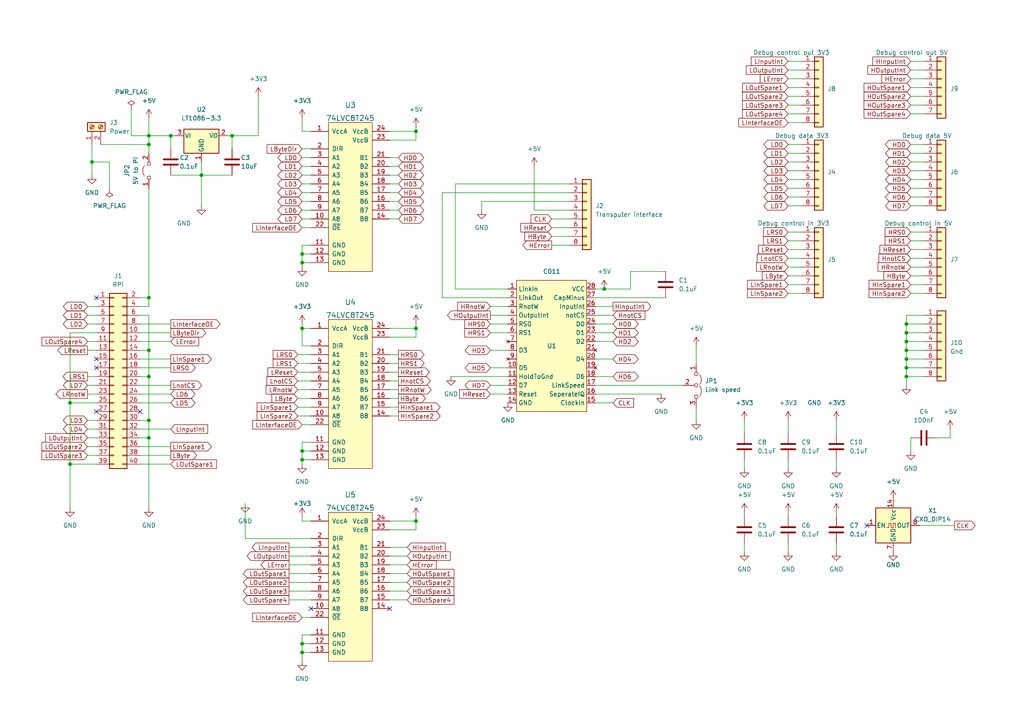
<source format=kicad_sch>
(kicad_sch (version 20211123) (generator eeschema)
  (paper "A4")
  (junction (at 262.89 99.06))
  (junction (at 120.65 95.25))
  (junction (at 20.32 116.84))
  (junction (at 43.18 86.36))
  (junction (at 87.63 186.69))
  (junction (at 49.53 39.37))
  (junction (at 262.89 104.14))
  (junction (at 26.67 46.99))
  (junction (at 175.26 83.82))
  (junction (at 87.63 76.2))
  (junction (at 120.65 38.1))
  (junction (at 87.63 189.23))
  (junction (at 262.89 101.6))
  (junction (at 43.18 121.92))
  (junction (at 120.65 151.13))
  (junction (at 262.89 109.22))
  (junction (at 43.18 39.37))
  (junction (at 43.18 41.91))
  (junction (at 43.18 101.6))
  (junction (at 58.42 50.8))
  (junction (at 20.32 134.62))
  (junction (at 262.89 106.68))
  (junction (at 87.63 133.35))
  (junction (at 43.18 127))
  (junction (at 67.31 39.37))
  (junction (at 262.89 96.52))
  (junction (at 262.89 93.98))
  (junction (at 87.63 130.81))
  (junction (at 43.18 109.22))
  (junction (at 87.63 73.66))
  (junction (at 87.63 95.25))
  (no_connect (at 27.94 86.36))
  (no_connect (at 251.46 152.4))
  (no_connect (at 27.94 104.14))
  (no_connect (at 40.64 119.38))
  (no_connect (at 27.94 119.38))
  (no_connect (at 27.94 106.68))
  (no_connect (at 113.03 176.53))
  (no_connect (at 90.17 176.53))
  (wire (pts (xy 228.6 52.07) (xy 232.41 52.07)))
  (wire (pts (xy 87.63 50.8) (xy 90.17 50.8)))
  (wire (pts (xy 172.72 99.06) (xy 177.8 99.06)))
  (wire (pts (xy 275.59 127) (xy 275.59 124.46)))
  (wire (pts (xy 87.63 95.25) (xy 87.63 93.98)))
  (wire (pts (xy 20.32 134.62) (xy 27.94 134.62)))
  (wire (pts (xy 262.89 109.22) (xy 267.97 109.22)))
  (wire (pts (xy 215.9 148.59) (xy 215.9 149.86)))
  (wire (pts (xy 160.02 68.58) (xy 165.1 68.58)))
  (wire (pts (xy 142.24 101.6) (xy 147.32 101.6)))
  (wire (pts (xy 113.03 105.41) (xy 115.57 105.41)))
  (wire (pts (xy 262.89 91.44) (xy 262.89 93.98)))
  (wire (pts (xy 267.97 57.15) (xy 264.16 57.15)))
  (wire (pts (xy 154.94 60.96) (xy 154.94 48.26)))
  (wire (pts (xy 172.72 88.9) (xy 177.8 88.9)))
  (wire (pts (xy 87.63 179.07) (xy 90.17 179.07)))
  (wire (pts (xy 86.36 113.03) (xy 90.17 113.03)))
  (wire (pts (xy 40.64 99.06) (xy 49.53 99.06)))
  (wire (pts (xy 40.64 101.6) (xy 43.18 101.6)))
  (wire (pts (xy 267.97 54.61) (xy 264.16 54.61)))
  (wire (pts (xy 40.64 114.3) (xy 49.53 114.3)))
  (wire (pts (xy 25.4 93.98) (xy 27.94 93.98)))
  (wire (pts (xy 86.36 115.57) (xy 90.17 115.57)))
  (wire (pts (xy 228.6 33.02) (xy 232.41 33.02)))
  (wire (pts (xy 40.64 106.68) (xy 49.53 106.68)))
  (wire (pts (xy 267.97 49.53) (xy 264.16 49.53)))
  (wire (pts (xy 87.63 45.72) (xy 90.17 45.72)))
  (wire (pts (xy 40.64 86.36) (xy 43.18 86.36)))
  (wire (pts (xy 264.16 85.09) (xy 267.97 85.09)))
  (wire (pts (xy 228.6 82.55) (xy 232.41 82.55)))
  (wire (pts (xy 113.03 50.8) (xy 115.57 50.8)))
  (wire (pts (xy 267.97 96.52) (xy 262.89 96.52)))
  (wire (pts (xy 43.18 39.37) (xy 43.18 41.91)))
  (wire (pts (xy 83.82 166.37) (xy 90.17 166.37)))
  (wire (pts (xy 25.4 132.08) (xy 27.94 132.08)))
  (wire (pts (xy 120.65 151.13) (xy 120.65 149.86)))
  (wire (pts (xy 113.03 171.45) (xy 118.11 171.45)))
  (wire (pts (xy 25.4 127) (xy 27.94 127)))
  (wire (pts (xy 267.97 46.99) (xy 264.16 46.99)))
  (wire (pts (xy 43.18 91.44) (xy 43.18 101.6)))
  (wire (pts (xy 267.97 33.02) (xy 264.16 33.02)))
  (wire (pts (xy 128.27 55.88) (xy 128.27 86.36)))
  (wire (pts (xy 267.97 77.47) (xy 264.16 77.47)))
  (wire (pts (xy 83.82 171.45) (xy 90.17 171.45)))
  (wire (pts (xy 113.03 110.49) (xy 115.57 110.49)))
  (wire (pts (xy 113.03 173.99) (xy 118.11 173.99)))
  (wire (pts (xy 20.32 134.62) (xy 20.32 147.32)))
  (wire (pts (xy 267.97 67.31) (xy 264.16 67.31)))
  (wire (pts (xy 113.03 166.37) (xy 118.11 166.37)))
  (wire (pts (xy 25.4 124.46) (xy 27.94 124.46)))
  (wire (pts (xy 87.63 123.19) (xy 90.17 123.19)))
  (wire (pts (xy 262.89 96.52) (xy 262.89 99.06)))
  (wire (pts (xy 228.6 20.32) (xy 232.41 20.32)))
  (wire (pts (xy 25.4 121.92) (xy 27.94 121.92)))
  (wire (pts (xy 267.97 17.78) (xy 264.16 17.78)))
  (wire (pts (xy 87.63 48.26) (xy 90.17 48.26)))
  (wire (pts (xy 43.18 91.44) (xy 40.64 91.44)))
  (wire (pts (xy 147.32 83.82) (xy 132.08 83.82)))
  (wire (pts (xy 43.18 121.92) (xy 43.18 127)))
  (wire (pts (xy 262.89 109.22) (xy 262.89 106.68)))
  (wire (pts (xy 74.93 27.94) (xy 74.93 39.37)))
  (wire (pts (xy 113.03 58.42) (xy 115.57 58.42)))
  (wire (pts (xy 25.4 88.9) (xy 27.94 88.9)))
  (wire (pts (xy 113.03 120.65) (xy 115.57 120.65)))
  (wire (pts (xy 132.08 83.82) (xy 132.08 53.34)))
  (wire (pts (xy 43.18 34.29) (xy 43.18 39.37)))
  (wire (pts (xy 90.17 95.25) (xy 87.63 95.25)))
  (wire (pts (xy 271.78 127) (xy 275.59 127)))
  (wire (pts (xy 242.57 133.35) (xy 242.57 135.89)))
  (wire (pts (xy 113.03 95.25) (xy 120.65 95.25)))
  (wire (pts (xy 71.12 156.21) (xy 71.12 146.05)))
  (wire (pts (xy 20.32 96.52) (xy 20.32 116.84)))
  (wire (pts (xy 242.57 157.48) (xy 242.57 160.02)))
  (wire (pts (xy 26.67 46.99) (xy 26.67 50.8)))
  (wire (pts (xy 172.72 93.98) (xy 177.8 93.98)))
  (wire (pts (xy 228.6 157.48) (xy 228.6 160.02)))
  (wire (pts (xy 142.24 88.9) (xy 147.32 88.9)))
  (wire (pts (xy 142.24 114.3) (xy 147.32 114.3)))
  (wire (pts (xy 67.31 43.18) (xy 67.31 39.37)))
  (wire (pts (xy 90.17 73.66) (xy 87.63 73.66)))
  (wire (pts (xy 43.18 54.61) (xy 43.18 86.36)))
  (wire (pts (xy 172.72 116.84) (xy 177.8 116.84)))
  (wire (pts (xy 113.03 63.5) (xy 115.57 63.5)))
  (wire (pts (xy 113.03 115.57) (xy 115.57 115.57)))
  (wire (pts (xy 228.6 80.01) (xy 232.41 80.01)))
  (wire (pts (xy 267.97 44.45) (xy 264.16 44.45)))
  (wire (pts (xy 160.02 66.04) (xy 165.1 66.04)))
  (wire (pts (xy 86.36 118.11) (xy 90.17 118.11)))
  (wire (pts (xy 87.63 151.13) (xy 87.63 149.86)))
  (wire (pts (xy 113.03 102.87) (xy 115.57 102.87)))
  (wire (pts (xy 83.82 163.83) (xy 90.17 163.83)))
  (wire (pts (xy 228.6 46.99) (xy 232.41 46.99)))
  (wire (pts (xy 267.97 91.44) (xy 262.89 91.44)))
  (wire (pts (xy 130.81 109.22) (xy 147.32 109.22)))
  (wire (pts (xy 25.4 101.6) (xy 27.94 101.6)))
  (wire (pts (xy 87.63 66.04) (xy 90.17 66.04)))
  (wire (pts (xy 90.17 130.81) (xy 87.63 130.81)))
  (wire (pts (xy 262.89 101.6) (xy 267.97 101.6)))
  (wire (pts (xy 120.65 153.67) (xy 120.65 151.13)))
  (wire (pts (xy 29.21 41.91) (xy 43.18 41.91)))
  (wire (pts (xy 49.53 50.8) (xy 58.42 50.8)))
  (wire (pts (xy 142.24 106.68) (xy 147.32 106.68)))
  (wire (pts (xy 172.72 111.76) (xy 198.12 111.76)))
  (wire (pts (xy 38.1 39.37) (xy 43.18 39.37)))
  (wire (pts (xy 40.64 129.54) (xy 49.53 129.54)))
  (wire (pts (xy 120.65 38.1) (xy 120.65 36.83)))
  (wire (pts (xy 40.64 109.22) (xy 43.18 109.22)))
  (wire (pts (xy 228.6 57.15) (xy 232.41 57.15)))
  (wire (pts (xy 49.53 39.37) (xy 50.8 39.37)))
  (wire (pts (xy 172.72 104.14) (xy 177.8 104.14)))
  (wire (pts (xy 87.63 76.2) (xy 87.63 77.47)))
  (wire (pts (xy 43.18 147.32) (xy 43.18 127)))
  (wire (pts (xy 267.97 22.86) (xy 264.16 22.86)))
  (wire (pts (xy 262.89 106.68) (xy 267.97 106.68)))
  (wire (pts (xy 142.24 91.44) (xy 147.32 91.44)))
  (wire (pts (xy 86.36 105.41) (xy 90.17 105.41)))
  (wire (pts (xy 87.63 100.33) (xy 87.63 95.25)))
  (wire (pts (xy 262.89 93.98) (xy 262.89 96.52)))
  (wire (pts (xy 40.64 116.84) (xy 49.53 116.84)))
  (wire (pts (xy 262.89 111.76) (xy 262.89 109.22)))
  (wire (pts (xy 228.6 85.09) (xy 232.41 85.09)))
  (wire (pts (xy 90.17 128.27) (xy 87.63 128.27)))
  (wire (pts (xy 264.16 82.55) (xy 267.97 82.55)))
  (wire (pts (xy 113.03 55.88) (xy 115.57 55.88)))
  (wire (pts (xy 43.18 101.6) (xy 43.18 109.22)))
  (wire (pts (xy 43.18 88.9) (xy 43.18 86.36)))
  (wire (pts (xy 175.26 83.82) (xy 172.72 83.82)))
  (wire (pts (xy 25.4 91.44) (xy 27.94 91.44)))
  (wire (pts (xy 193.04 78.74) (xy 182.88 78.74)))
  (wire (pts (xy 90.17 186.69) (xy 87.63 186.69)))
  (wire (pts (xy 87.63 186.69) (xy 87.63 189.23)))
  (wire (pts (xy 267.97 30.48) (xy 264.16 30.48)))
  (wire (pts (xy 49.53 39.37) (xy 43.18 39.37)))
  (wire (pts (xy 40.64 93.98) (xy 49.53 93.98)))
  (wire (pts (xy 83.82 168.91) (xy 90.17 168.91)))
  (wire (pts (xy 87.63 38.1) (xy 87.63 34.29)))
  (wire (pts (xy 128.27 55.88) (xy 165.1 55.88)))
  (wire (pts (xy 27.94 96.52) (xy 20.32 96.52)))
  (wire (pts (xy 228.6 44.45) (xy 232.41 44.45)))
  (wire (pts (xy 228.6 17.78) (xy 232.41 17.78)))
  (wire (pts (xy 90.17 76.2) (xy 87.63 76.2)))
  (wire (pts (xy 262.89 104.14) (xy 262.89 101.6)))
  (wire (pts (xy 228.6 30.48) (xy 232.41 30.48)))
  (wire (pts (xy 262.89 104.14) (xy 267.97 104.14)))
  (wire (pts (xy 139.7 60.96) (xy 139.7 58.42)))
  (wire (pts (xy 113.03 163.83) (xy 118.11 163.83)))
  (wire (pts (xy 267.97 69.85) (xy 264.16 69.85)))
  (wire (pts (xy 242.57 121.92) (xy 242.57 125.73)))
  (wire (pts (xy 40.64 121.92) (xy 43.18 121.92)))
  (wire (pts (xy 201.93 100.33) (xy 201.93 105.41)))
  (wire (pts (xy 86.36 120.65) (xy 90.17 120.65)))
  (wire (pts (xy 262.89 101.6) (xy 262.89 99.06)))
  (wire (pts (xy 172.72 96.52) (xy 177.8 96.52)))
  (wire (pts (xy 113.03 118.11) (xy 115.57 118.11)))
  (wire (pts (xy 40.64 111.76) (xy 49.53 111.76)))
  (wire (pts (xy 49.53 39.37) (xy 49.53 43.18)))
  (wire (pts (xy 66.04 39.37) (xy 67.31 39.37)))
  (wire (pts (xy 58.42 50.8) (xy 67.31 50.8)))
  (wire (pts (xy 182.88 83.82) (xy 175.26 83.82)))
  (wire (pts (xy 87.63 133.35) (xy 87.63 134.62)))
  (wire (pts (xy 267.97 59.69) (xy 264.16 59.69)))
  (wire (pts (xy 40.64 104.14) (xy 49.53 104.14)))
  (wire (pts (xy 215.9 157.48) (xy 215.9 160.02)))
  (wire (pts (xy 87.63 189.23) (xy 87.63 191.77)))
  (wire (pts (xy 267.97 93.98) (xy 262.89 93.98)))
  (wire (pts (xy 87.63 43.18) (xy 90.17 43.18)))
  (wire (pts (xy 165.1 60.96) (xy 154.94 60.96)))
  (wire (pts (xy 87.63 53.34) (xy 90.17 53.34)))
  (wire (pts (xy 43.18 109.22) (xy 43.18 121.92)))
  (wire (pts (xy 87.63 184.15) (xy 87.63 186.69)))
  (wire (pts (xy 228.6 59.69) (xy 232.41 59.69)))
  (wire (pts (xy 132.08 53.34) (xy 165.1 53.34)))
  (wire (pts (xy 20.32 116.84) (xy 20.32 134.62)))
  (wire (pts (xy 113.03 45.72) (xy 115.57 45.72)))
  (wire (pts (xy 113.03 158.75) (xy 118.11 158.75)))
  (wire (pts (xy 113.03 53.34) (xy 115.57 53.34)))
  (wire (pts (xy 43.18 41.91) (xy 43.18 44.45)))
  (wire (pts (xy 264.16 80.01) (xy 267.97 80.01)))
  (wire (pts (xy 262.89 99.06) (xy 267.97 99.06)))
  (wire (pts (xy 142.24 93.98) (xy 147.32 93.98)))
  (wire (pts (xy 267.97 20.32) (xy 264.16 20.32)))
  (wire (pts (xy 86.36 110.49) (xy 90.17 110.49)))
  (wire (pts (xy 31.75 54.61) (xy 31.75 46.99)))
  (wire (pts (xy 201.93 118.11) (xy 201.93 121.92)))
  (wire (pts (xy 228.6 72.39) (xy 232.41 72.39)))
  (wire (pts (xy 262.89 106.68) (xy 262.89 104.14)))
  (wire (pts (xy 113.03 97.79) (xy 120.65 97.79)))
  (wire (pts (xy 83.82 173.99) (xy 90.17 173.99)))
  (wire (pts (xy 113.03 38.1) (xy 120.65 38.1)))
  (wire (pts (xy 120.65 97.79) (xy 120.65 95.25)))
  (wire (pts (xy 113.03 107.95) (xy 115.57 107.95)))
  (wire (pts (xy 228.6 69.85) (xy 232.41 69.85)))
  (wire (pts (xy 83.82 158.75) (xy 90.17 158.75)))
  (wire (pts (xy 86.36 102.87) (xy 90.17 102.87)))
  (wire (pts (xy 172.72 109.22) (xy 177.8 109.22)))
  (wire (pts (xy 83.82 161.29) (xy 90.17 161.29)))
  (wire (pts (xy 228.6 27.94) (xy 232.41 27.94)))
  (wire (pts (xy 38.1 31.75) (xy 38.1 39.37)))
  (wire (pts (xy 25.4 109.22) (xy 27.94 109.22)))
  (wire (pts (xy 113.03 153.67) (xy 120.65 153.67)))
  (wire (pts (xy 87.63 63.5) (xy 90.17 63.5)))
  (wire (pts (xy 58.42 50.8) (xy 58.42 59.69)))
  (wire (pts (xy 228.6 25.4) (xy 232.41 25.4)))
  (wire (pts (xy 86.36 107.95) (xy 90.17 107.95)))
  (wire (pts (xy 87.63 128.27) (xy 87.63 130.81)))
  (wire (pts (xy 242.57 148.59) (xy 242.57 149.86)))
  (wire (pts (xy 128.27 86.36) (xy 147.32 86.36)))
  (wire (pts (xy 31.75 46.99) (xy 26.67 46.99)))
  (wire (pts (xy 90.17 189.23) (xy 87.63 189.23)))
  (wire (pts (xy 40.64 88.9) (xy 43.18 88.9)))
  (wire (pts (xy 228.6 67.31) (xy 232.41 67.31)))
  (wire (pts (xy 25.4 111.76) (xy 27.94 111.76)))
  (wire (pts (xy 228.6 41.91) (xy 232.41 41.91)))
  (wire (pts (xy 182.88 78.74) (xy 182.88 83.82)))
  (wire (pts (xy 142.24 96.52) (xy 147.32 96.52)))
  (wire (pts (xy 228.6 121.92) (xy 228.6 125.73)))
  (wire (pts (xy 43.18 127) (xy 40.64 127)))
  (wire (pts (xy 87.63 73.66) (xy 87.63 76.2)))
  (wire (pts (xy 215.9 121.92) (xy 215.9 125.73)))
  (wire (pts (xy 172.72 86.36) (xy 193.04 86.36)))
  (wire (pts (xy 113.03 48.26) (xy 115.57 48.26)))
  (wire (pts (xy 90.17 71.12) (xy 87.63 71.12)))
  (wire (pts (xy 228.6 148.59) (xy 228.6 149.86)))
  (wire (pts (xy 142.24 111.76) (xy 147.32 111.76)))
  (wire (pts (xy 90.17 184.15) (xy 87.63 184.15)))
  (wire (pts (xy 20.32 116.84) (xy 27.94 116.84)))
  (wire (pts (xy 87.63 60.96) (xy 90.17 60.96)))
  (wire (pts (xy 264.16 127) (xy 264.16 130.81)))
  (wire (pts (xy 267.97 25.4) (xy 264.16 25.4)))
  (wire (pts (xy 25.4 129.54) (xy 27.94 129.54)))
  (wire (pts (xy 215.9 133.35) (xy 215.9 135.89)))
  (wire (pts (xy 90.17 151.13) (xy 87.63 151.13)))
  (wire (pts (xy 228.6 74.93) (xy 232.41 74.93)))
  (wire (pts (xy 228.6 54.61) (xy 232.41 54.61)))
  (wire (pts (xy 40.64 124.46) (xy 49.53 124.46)))
  (wire (pts (xy 113.03 113.03) (xy 115.57 113.03)))
  (wire (pts (xy 113.03 151.13) (xy 120.65 151.13)))
  (wire (pts (xy 58.42 50.8) (xy 58.42 46.99)))
  (wire (pts (xy 172.72 91.44) (xy 177.8 91.44)))
  (wire (pts (xy 67.31 39.37) (xy 74.93 39.37)))
  (wire (pts (xy 267.97 27.94) (xy 264.16 27.94)))
  (wire (pts (xy 267.97 52.07) (xy 264.16 52.07)))
  (wire (pts (xy 25.4 99.06) (xy 27.94 99.06)))
  (wire (pts (xy 160.02 63.5) (xy 165.1 63.5)))
  (wire (pts (xy 228.6 133.35) (xy 228.6 135.89)))
  (wire (pts (xy 228.6 22.86) (xy 232.41 22.86)))
  (wire (pts (xy 266.7 152.4) (xy 276.86 152.4)))
  (wire (pts (xy 90.17 156.21) (xy 71.12 156.21)))
  (wire (pts (xy 87.63 71.12) (xy 87.63 73.66)))
  (wire (pts (xy 40.64 96.52) (xy 49.53 96.52)))
  (wire (pts (xy 113.03 161.29) (xy 118.11 161.29)))
  (wire (pts (xy 120.65 40.64) (xy 120.65 38.1)))
  (wire (pts (xy 113.03 168.91) (xy 118.11 168.91)))
  (wire (pts (xy 87.63 130.81) (xy 87.63 133.35)))
  (wire (pts (xy 40.64 132.08) (xy 49.53 132.08)))
  (wire (pts (xy 228.6 35.56) (xy 232.41 35.56)))
  (wire (pts (xy 191.77 114.3) (xy 172.72 114.3)))
  (wire (pts (xy 113.03 60.96) (xy 115.57 60.96)))
  (wire (pts (xy 40.64 134.62) (xy 49.53 134.62)))
  (wire (pts (xy 90.17 38.1) (xy 87.63 38.1)))
  (wire (pts (xy 87.63 55.88) (xy 90.17 55.88)))
  (wire (pts (xy 87.63 58.42) (xy 90.17 58.42)))
  (wire (pts (xy 26.67 41.91) (xy 26.67 46.99)))
  (wire (pts (xy 228.6 49.53) (xy 232.41 49.53)))
  (wire (pts (xy 267.97 72.39) (xy 264.16 72.39)))
  (wire (pts (xy 90.17 100.33) (xy 87.63 100.33)))
  (wire (pts (xy 160.02 71.12) (xy 165.1 71.12)))
  (wire (pts (xy 120.65 95.25) (xy 120.65 93.98)))
  (wire (pts (xy 139.7 58.42) (xy 165.1 58.42)))
  (wire (pts (xy 267.97 41.91) (xy 264.16 41.91)))
  (wire (pts (xy 90.17 133.35) (xy 87.63 133.35)))
  (wire (pts (xy 25.4 114.3) (xy 27.94 114.3)))
  (wire (pts (xy 113.03 40.64) (xy 120.65 40.64)))
  (wire (pts (xy 267.97 74.93) (xy 264.16 74.93)))
  (wire (pts (xy 228.6 77.47) (xy 232.41 77.47)))
  (global_label "HInSpare1" (shape output) (at 115.57 118.11 0) (property "Intersheet References" "${INTERSHEET_REFS}" (effects hide)))
  (global_label "LD3" (shape bidirectional) (at 87.63 53.34 180) (property "Intersheet References" "${INTERSHEET_REFS}" (effects hide)))
  (global_label "LD7" (shape bidirectional) (at 228.6 59.69 180) (property "Intersheet References" "${INTERSHEET_REFS}" (effects hide)))
  (global_label "HD0" (shape bidirectional) (at 177.8 93.98 0) (property "Intersheet References" "${INTERSHEET_REFS}" (effects hide)))
  (global_label "LOutSpare1" (shape output) (at 83.82 166.37 180) (property "Intersheet References" "${INTERSHEET_REFS}" (effects hide)))
  (global_label "HRS0" (shape output) (at 115.57 102.87 0) (property "Intersheet References" "${INTERSHEET_REFS}" (effects hide)))
  (global_label "HD3" (shape bidirectional) (at 115.57 53.34 0) (property "Intersheet References" "${INTERSHEET_REFS}" (effects hide)))
  (global_label "LRnotW" (shape input) (at 86.36 113.03 180) (property "Intersheet References" "${INTERSHEET_REFS}" (effects hide)))
  (global_label "HD7" (shape bidirectional) (at 142.24 111.76 180) (property "Intersheet References" "${INTERSHEET_REFS}" (effects hide)))
  (global_label "HD1" (shape bidirectional) (at 177.8 96.52 0) (property "Intersheet References" "${INTERSHEET_REFS}" (effects hide)))
  (global_label "LInterfaceOE" (shape input) (at 87.63 179.07 180) (property "Intersheet References" "${INTERSHEET_REFS}" (effects hide)))
  (global_label "HRnotW" (shape input) (at 264.16 77.47 180) (property "Intersheet References" "${INTERSHEET_REFS}" (effects hide)))
  (global_label "LD5" (shape bidirectional) (at 49.53 116.84 0) (property "Intersheet References" "${INTERSHEET_REFS}" (effects hide)))
  (global_label "HByte" (shape input) (at 160.02 68.58 180) (property "Intersheet References" "${INTERSHEET_REFS}" (effects hide)))
  (global_label "HRS1" (shape input) (at 142.24 96.52 180) (property "Intersheet References" "${INTERSHEET_REFS}" (effects hide)))
  (global_label "CLK" (shape input) (at 160.02 63.5 180) (property "Intersheet References" "${INTERSHEET_REFS}" (effects hide)))
  (global_label "LOutSpare3" (shape input) (at 228.6 30.48 180) (property "Intersheet References" "${INTERSHEET_REFS}" (effects hide)))
  (global_label "LD4" (shape bidirectional) (at 87.63 55.88 180) (property "Intersheet References" "${INTERSHEET_REFS}" (effects hide)))
  (global_label "LD3" (shape bidirectional) (at 25.4 121.92 180) (property "Intersheet References" "${INTERSHEET_REFS}" (effects hide)))
  (global_label "HOutSpare4" (shape input) (at 118.11 173.99 0) (property "Intersheet References" "${INTERSHEET_REFS}" (effects hide)))
  (global_label "LInputInt" (shape input) (at 228.6 17.78 180) (property "Intersheet References" "${INTERSHEET_REFS}" (effects hide)))
  (global_label "LInSpare1" (shape input) (at 86.36 118.11 180) (property "Intersheet References" "${INTERSHEET_REFS}" (effects hide)))
  (global_label "LByteDir" (shape input) (at 87.63 43.18 180) (property "Intersheet References" "${INTERSHEET_REFS}" (effects hide)))
  (global_label "HInputInt" (shape input) (at 118.11 158.75 0) (property "Intersheet References" "${INTERSHEET_REFS}" (effects hide)))
  (global_label "LOutSpare2" (shape input) (at 228.6 27.94 180) (property "Intersheet References" "${INTERSHEET_REFS}" (effects hide)))
  (global_label "LOutSpare4" (shape input) (at 228.6 33.02 180) (property "Intersheet References" "${INTERSHEET_REFS}" (effects hide)))
  (global_label "HD7" (shape bidirectional) (at 264.16 59.69 180) (property "Intersheet References" "${INTERSHEET_REFS}" (effects hide)))
  (global_label "HD6" (shape bidirectional) (at 115.57 60.96 0) (property "Intersheet References" "${INTERSHEET_REFS}" (effects hide)))
  (global_label "HD6" (shape bidirectional) (at 177.8 109.22 0) (property "Intersheet References" "${INTERSHEET_REFS}" (effects hide)))
  (global_label "LInterfaceOE" (shape input) (at 228.6 35.56 180) (property "Intersheet References" "${INTERSHEET_REFS}" (effects hide)))
  (global_label "HOutSpare2" (shape input) (at 264.16 27.94 180) (property "Intersheet References" "${INTERSHEET_REFS}" (effects hide)))
  (global_label "LInputInt" (shape input) (at 49.53 124.46 0) (property "Intersheet References" "${INTERSHEET_REFS}" (effects hide)))
  (global_label "HD4" (shape bidirectional) (at 177.8 104.14 0) (property "Intersheet References" "${INTERSHEET_REFS}" (effects hide)))
  (global_label "LInterfaceOE" (shape input) (at 87.63 123.19 180) (property "Intersheet References" "${INTERSHEET_REFS}" (effects hide)))
  (global_label "LD1" (shape bidirectional) (at 25.4 91.44 180) (property "Intersheet References" "${INTERSHEET_REFS}" (effects hide)))
  (global_label "HInSpare2" (shape output) (at 115.57 120.65 0) (property "Intersheet References" "${INTERSHEET_REFS}" (effects hide)))
  (global_label "LInSpare1" (shape output) (at 49.53 104.14 0) (property "Intersheet References" "${INTERSHEET_REFS}" (effects hide)))
  (global_label "LD2" (shape bidirectional) (at 87.63 50.8 180) (property "Intersheet References" "${INTERSHEET_REFS}" (effects hide)))
  (global_label "LInterfaceOE" (shape input) (at 87.63 66.04 180) (property "Intersheet References" "${INTERSHEET_REFS}" (effects hide)))
  (global_label "LByte" (shape output) (at 49.53 132.08 0) (property "Intersheet References" "${INTERSHEET_REFS}" (effects hide)))
  (global_label "LOutSpare2" (shape output) (at 83.82 168.91 180) (property "Intersheet References" "${INTERSHEET_REFS}" (effects hide)))
  (global_label "LRS0" (shape input) (at 228.6 67.31 180) (property "Intersheet References" "${INTERSHEET_REFS}" (effects hide)))
  (global_label "HD5" (shape bidirectional) (at 264.16 54.61 180) (property "Intersheet References" "${INTERSHEET_REFS}" (effects hide)))
  (global_label "HInSpare2" (shape input) (at 264.16 85.09 180) (property "Intersheet References" "${INTERSHEET_REFS}" (effects hide)))
  (global_label "LnotCS" (shape input) (at 228.6 74.93 180) (property "Intersheet References" "${INTERSHEET_REFS}" (effects hide)))
  (global_label "LInputInt" (shape output) (at 83.82 158.75 180) (property "Intersheet References" "${INTERSHEET_REFS}" (effects hide)))
  (global_label "LReset" (shape input) (at 228.6 72.39 180) (property "Intersheet References" "${INTERSHEET_REFS}" (effects hide)))
  (global_label "LRS0" (shape output) (at 49.53 106.68 0) (property "Intersheet References" "${INTERSHEET_REFS}" (effects hide)))
  (global_label "LD6" (shape bidirectional) (at 49.53 114.3 0) (property "Intersheet References" "${INTERSHEET_REFS}" (effects hide)))
  (global_label "LD0" (shape bidirectional) (at 25.4 88.9 180) (property "Intersheet References" "${INTERSHEET_REFS}" (effects hide)))
  (global_label "LOutSpare4" (shape output) (at 83.82 173.99 180) (property "Intersheet References" "${INTERSHEET_REFS}" (effects hide)))
  (global_label "HD2" (shape bidirectional) (at 115.57 50.8 0) (property "Intersheet References" "${INTERSHEET_REFS}" (effects hide)))
  (global_label "LByte" (shape input) (at 228.6 80.01 180) (property "Intersheet References" "${INTERSHEET_REFS}" (effects hide)))
  (global_label "HOutputInt" (shape input) (at 118.11 161.29 0) (property "Intersheet References" "${INTERSHEET_REFS}" (effects hide)))
  (global_label "LD1" (shape bidirectional) (at 87.63 48.26 180) (property "Intersheet References" "${INTERSHEET_REFS}" (effects hide)))
  (global_label "LD2" (shape bidirectional) (at 25.4 93.98 180) (property "Intersheet References" "${INTERSHEET_REFS}" (effects hide)))
  (global_label "HReset" (shape input) (at 264.16 72.39 180) (property "Intersheet References" "${INTERSHEET_REFS}" (effects hide)))
  (global_label "HRS0" (shape input) (at 142.24 93.98 180) (property "Intersheet References" "${INTERSHEET_REFS}" (effects hide)))
  (global_label "HD5" (shape bidirectional) (at 142.24 106.68 180) (property "Intersheet References" "${INTERSHEET_REFS}" (effects hide)))
  (global_label "HnotCS" (shape input) (at 264.16 74.93 180) (property "Intersheet References" "${INTERSHEET_REFS}" (effects hide)))
  (global_label "LOutputInt" (shape input) (at 228.6 20.32 180) (property "Intersheet References" "${INTERSHEET_REFS}" (effects hide)))
  (global_label "LRS1" (shape input) (at 86.36 105.41 180) (property "Intersheet References" "${INTERSHEET_REFS}" (effects hide)))
  (global_label "HRS0" (shape input) (at 264.16 67.31 180) (property "Intersheet References" "${INTERSHEET_REFS}" (effects hide)))
  (global_label "HnotCS" (shape input) (at 177.8 91.44 0) (property "Intersheet References" "${INTERSHEET_REFS}" (effects hide)))
  (global_label "LByte" (shape input) (at 86.36 115.57 180) (property "Intersheet References" "${INTERSHEET_REFS}" (effects hide)))
  (global_label "HD1" (shape bidirectional) (at 115.57 48.26 0) (property "Intersheet References" "${INTERSHEET_REFS}" (effects hide)))
  (global_label "HReset" (shape output) (at 115.57 107.95 0) (property "Intersheet References" "${INTERSHEET_REFS}" (effects hide)))
  (global_label "LD1" (shape bidirectional) (at 228.6 44.45 180) (property "Intersheet References" "${INTERSHEET_REFS}" (effects hide)))
  (global_label "LD5" (shape bidirectional) (at 228.6 54.61 180) (property "Intersheet References" "${INTERSHEET_REFS}" (effects hide)))
  (global_label "LRS1" (shape input) (at 228.6 69.85 180) (property "Intersheet References" "${INTERSHEET_REFS}" (effects hide)))
  (global_label "HD0" (shape bidirectional) (at 115.57 45.72 0) (property "Intersheet References" "${INTERSHEET_REFS}" (effects hide)))
  (global_label "HD7" (shape bidirectional) (at 115.57 63.5 0) (property "Intersheet References" "${INTERSHEET_REFS}" (effects hide)))
  (global_label "HD4" (shape bidirectional) (at 115.57 55.88 0) (property "Intersheet References" "${INTERSHEET_REFS}" (effects hide)))
  (global_label "HRS1" (shape input) (at 264.16 69.85 180) (property "Intersheet References" "${INTERSHEET_REFS}" (effects hide)))
  (global_label "LInSpare2" (shape input) (at 86.36 120.65 180) (property "Intersheet References" "${INTERSHEET_REFS}" (effects hide)))
  (global_label "LInSpare2" (shape input) (at 228.6 85.09 180) (property "Intersheet References" "${INTERSHEET_REFS}" (effects hide)))
  (global_label "LRnotW" (shape output) (at 25.4 114.3 180) (property "Intersheet References" "${INTERSHEET_REFS}" (effects hide)))
  (global_label "HD5" (shape bidirectional) (at 115.57 58.42 0) (property "Intersheet References" "${INTERSHEET_REFS}" (effects hide)))
  (global_label "HByte" (shape input) (at 264.16 80.01 180) (property "Intersheet References" "${INTERSHEET_REFS}" (effects hide)))
  (global_label "LD6" (shape bidirectional) (at 87.63 60.96 180) (property "Intersheet References" "${INTERSHEET_REFS}" (effects hide)))
  (global_label "LD4" (shape bidirectional) (at 228.6 52.07 180) (property "Intersheet References" "${INTERSHEET_REFS}" (effects hide)))
  (global_label "LOutSpare1" (shape input) (at 228.6 25.4 180) (property "Intersheet References" "${INTERSHEET_REFS}" (effects hide)))
  (global_label "LReset" (shape input) (at 86.36 107.95 180) (property "Intersheet References" "${INTERSHEET_REFS}" (effects hide)))
  (global_label "HOutSpare1" (shape input) (at 264.16 25.4 180) (property "Intersheet References" "${INTERSHEET_REFS}" (effects hide)))
  (global_label "LD4" (shape bidirectional) (at 25.4 124.46 180) (property "Intersheet References" "${INTERSHEET_REFS}" (effects hide)))
  (global_label "HD2" (shape bidirectional) (at 177.8 99.06 0) (property "Intersheet References" "${INTERSHEET_REFS}" (effects hide)))
  (global_label "LD2" (shape bidirectional) (at 228.6 46.99 180) (property "Intersheet References" "${INTERSHEET_REFS}" (effects hide)))
  (global_label "LD0" (shape bidirectional) (at 87.63 45.72 180) (property "Intersheet References" "${INTERSHEET_REFS}" (effects hide)))
  (global_label "LInterfaceOE" (shape output) (at 49.53 93.98 0) (property "Intersheet References" "${INTERSHEET_REFS}" (effects hide)))
  (global_label "LRnotW" (shape input) (at 228.6 77.47 180) (property "Intersheet References" "${INTERSHEET_REFS}" (effects hide)))
  (global_label "HRS1" (shape output) (at 115.57 105.41 0) (property "Intersheet References" "${INTERSHEET_REFS}" (effects hide)))
  (global_label "CLK" (shape input) (at 177.8 116.84 0) (property "Intersheet References" "${INTERSHEET_REFS}" (effects hide)))
  (global_label "HD3" (shape bidirectional) (at 142.24 101.6 180) (property "Intersheet References" "${INTERSHEET_REFS}" (effects hide)))
  (global_label "LError" (shape input) (at 228.6 22.86 180) (property "Intersheet References" "${INTERSHEET_REFS}" (effects hide)))
  (global_label "LInSpare1" (shape input) (at 228.6 82.55 180) (property "Intersheet References" "${INTERSHEET_REFS}" (effects hide)))
  (global_label "LD0" (shape bidirectional) (at 228.6 41.91 180) (property "Intersheet References" "${INTERSHEET_REFS}" (effects hide)))
  (global_label "HRnotW" (shape input) (at 142.24 88.9 180) (property "Intersheet References" "${INTERSHEET_REFS}" (effects hide)))
  (global_label "LByteDir" (shape output) (at 49.53 96.52 0) (property "Intersheet References" "${INTERSHEET_REFS}" (effects hide)))
  (global_label "HOutSpare3" (shape input) (at 264.16 30.48 180) (property "Intersheet References" "${INTERSHEET_REFS}" (effects hide)))
  (global_label "LD5" (shape bidirectional) (at 87.63 58.42 180) (property "Intersheet References" "${INTERSHEET_REFS}" (effects hide)))
  (global_label "HOutSpare1" (shape input) (at 118.11 166.37 0) (property "Intersheet References" "${INTERSHEET_REFS}" (effects hide)))
  (global_label "HByte" (shape output) (at 115.57 115.57 0) (property "Intersheet References" "${INTERSHEET_REFS}" (effects hide)))
  (global_label "HOutSpare2" (shape input) (at 118.11 168.91 0) (property "Intersheet References" "${INTERSHEET_REFS}" (effects hide)))
  (global_label "LError" (shape output) (at 83.82 163.83 180) (property "Intersheet References" "${INTERSHEET_REFS}" (effects hide)))
  (global_label "LOutputInt" (shape output) (at 83.82 161.29 180) (property "Intersheet References" "${INTERSHEET_REFS}" (effects hide)))
  (global_label "LD3" (shape bidirectional) (at 228.6 49.53 180) (property "Intersheet References" "${INTERSHEET_REFS}" (effects hide)))
  (global_label "LInSpare1" (shape output) (at 49.53 129.54 0) (property "Intersheet References" "${INTERSHEET_REFS}" (effects hide)))
  (global_label "HReset" (shape input) (at 160.02 66.04 180) (property "Intersheet References" "${INTERSHEET_REFS}" (effects hide)))
  (global_label "HD0" (shape bidirectional) (at 264.16 41.91 180) (property "Intersheet References" "${INTERSHEET_REFS}" (effects hide)))
  (global_label "HD2" (shape bidirectional) (at 264.16 46.99 180) (property "Intersheet References" "${INTERSHEET_REFS}" (effects hide)))
  (global_label "LOutSpare2" (shape input) (at 25.4 129.54 180) (property "Intersheet References" "${INTERSHEET_REFS}" (effects hide)))
  (global_label "HReset" (shape input) (at 142.24 114.3 180) (property "Intersheet References" "${INTERSHEET_REFS}" (effects hide)))
  (global_label "LRS1" (shape output) (at 25.4 109.22 180) (property "Intersheet References" "${INTERSHEET_REFS}" (effects hide)))
  (global_label "LOutputInt" (shape input) (at 25.4 127 180) (property "Intersheet References" "${INTERSHEET_REFS}" (effects hide)))
  (global_label "LD7" (shape bidirectional) (at 25.4 111.76 180) (property "Intersheet References" "${INTERSHEET_REFS}" (effects hide)))
  (global_label "HOutputInt" (shape output) (at 142.24 91.44 180) (property "Intersheet References" "${INTERSHEET_REFS}" (effects hide)))
  (global_label "HError" (shape input) (at 264.16 22.86 180) (property "Intersheet References" "${INTERSHEET_REFS}" (effects hide)))
  (global_label "LRS0" (shape input) (at 86.36 102.87 180) (property "Intersheet References" "${INTERSHEET_REFS}" (effects hide)))
  (global_label "LError" (shape input) (at 49.53 99.06 0) (property "Intersheet References" "${INTERSHEET_REFS}" (effects hide)))
  (global_label "HD4" (shape bidirectional) (at 264.16 52.07 180) (property "Intersheet References" "${INTERSHEET_REFS}" (effects hide)))
  (global_label "LOutSpare4" (shape input) (at 25.4 99.06 180) (property "Intersheet References" "${INTERSHEET_REFS}" (effects hide)))
  (global_label "HInputInt" (shape output) (at 177.8 88.9 0) (property "Intersheet References" "${INTERSHEET_REFS}" (effects hide)))
  (global_label "HOutputInt" (shape input) (at 264.16 20.32 180) (property "Intersheet References" "${INTERSHEET_REFS}" (effects hide)))
  (global_label "CLK" (shape output) (at 276.86 152.4 0) (property "Intersheet References" "${INTERSHEET_REFS}" (effects hide)))
  (global_label "LD6" (shape bidirectional) (at 228.6 57.15 180) (property "Intersheet References" "${INTERSHEET_REFS}" (effects hide)))
  (global_label "HD3" (shape bidirectional) (at 264.16 49.53 180) (property "Intersheet References" "${INTERSHEET_REFS}" (effects hide)))
  (global_label "LOutSpare1" (shape input) (at 49.53 134.62 0) (property "Intersheet References" "${INTERSHEET_REFS}" (effects hide)))
  (global_label "LOutSpare3" (shape output) (at 83.82 171.45 180) (property "Intersheet References" "${INTERSHEET_REFS}" (effects hide)))
  (global_label "HD6" (shape bidirectional) (at 264.16 57.15 180) (property "Intersheet References" "${INTERSHEET_REFS}" (effects hide)))
  (global_label "HInSpare1" (shape input) (at 264.16 82.55 180) (property "Intersheet References" "${INTERSHEET_REFS}" (effects hide)))
  (global_label "LReset" (shape output) (at 25.4 101.6 180) (property "Intersheet References" "${INTERSHEET_REFS}" (effects hide)))
  (global_label "HError" (shape input) (at 118.11 163.83 0) (property "Intersheet References" "${INTERSHEET_REFS}" (effects hide)))
  (global_label "LOutSpare3" (shape input) (at 25.4 132.08 180) (property "Intersheet References" "${INTERSHEET_REFS}" (effects hide)))
  (global_label "HError" (shape output) (at 160.02 71.12 180) (property "Intersheet References" "${INTERSHEET_REFS}" (effects hide)))
  (global_label "LD7" (shape bidirectional) (at 87.63 63.5 180) (property "Intersheet References" "${INTERSHEET_REFS}" (effects hide)))
  (global_label "LnotCS" (shape output) (at 49.53 111.76 0) (property "Intersheet References" "${INTERSHEET_REFS}" (effects hide)))
  (global_label "HOutSpare3" (shape input) (at 118.11 171.45 0) (property "Intersheet References" "${INTERSHEET_REFS}" (effects hide)))
  (global_label "HD1" (shape bidirectional) (at 264.16 44.45 180) (property "Intersheet References" "${INTERSHEET_REFS}" (effects hide)))
  (global_label "HOutSpare4" (shape input) (at 264.16 33.02 180) (property "Intersheet References" "${INTERSHEET_REFS}" (effects hide)))
  (global_label "LnotCS" (shape input) (at 86.36 110.49 180) (property "Intersheet References" "${INTERSHEET_REFS}" (effects hide)))
  (global_label "HnotCS" (shape output) (at 115.57 110.49 0) (property "Intersheet References" "${INTERSHEET_REFS}" (effects hide)))
  (global_label "HRnotW" (shape output) (at 115.57 113.03 0) (property "Intersheet References" "${INTERSHEET_REFS}" (effects hide)))
  (global_label "HInputInt" (shape input) (at 264.16 17.78 180) (property "Intersheet References" "${INTERSHEET_REFS}" (effects hide)))
  (symbol (lib_id "power:GND") (at 87.63 191.77 0) (unit 1)
    (property "Reference" "#PWR0107" (effects hide))
    (property "Value" "GND" (at 87.63 196.85 0))
  )
  (symbol (lib_id "power:GND") (at 71.12 146.05 0) (unit 1)
    (property "Reference" "#PWR0129" (effects hide))
    (property "Value" "GND" (at 71.12 151.13 0))
  )
  (symbol (lib_id "Connector_Generic:Conn_01x07") (at 273.05 25.4 0) (unit 1)
    (property "Reference" "J9" (at 275.59 25.7555 0) (effects (justify left)))
    (property "Value" "Debug control out 5V" (at 254 15.24 0) (effects (justify left)))
    (property "Footprint" "Connector_PinHeader_2.54mm:PinHeader_1x07_P2.54mm_Vertical" (effects hide))
  )
  (symbol (lib_id "Logic_LevelTranslator:74LVC8T245") (at 100.33 115.57 0) (unit 1)
    (property "Reference" "U4" (at 101.6 87.63 0) (effects (font (size 1.524 1.524))))
    (property "Value" "74LVC8T245" (at 101.6 91.44 0) (effects (font (size 1.524 1.524))))
    (property "Footprint" "Package_SO:SOIC-24W_7.5x15.4mm_P1.27mm" (effects hide))
  )
  (symbol (lib_id "Connector:Screw_Terminal_01x02") (at 26.67 36.83 90) (unit 1)
    (property "Reference" "J3" (at 31.75 35.5599 90) (effects (justify right)))
    (property "Value" "Power" (at 31.75 38.0999 90) (effects (justify right)))
    (property "Footprint" "TerminalBlock:TerminalBlock_bornier-2_P5.08mm" (effects hide))
  )
  (symbol (lib_id "power:+5V") (at 228.6 148.59 0) (unit 1)
    (property "Reference" "#PWR0136" (effects hide))
    (property "Value" "+5V" (at 228.6 143.51 0))
  )
  (symbol (lib_id "Device:C") (at 228.6 129.54 0) (unit 1)
    (property "Reference" "C9" (at 232.41 128.2699 0) (effects (justify left)))
    (property "Value" "0.1uF" (at 232.41 130.8099 0) (effects (justify left)))
    (property "Footprint" "Capacitor_SMD:C_0402_1005Metric_Pad0.74x0.62mm_HandSolder" (effects hide))
  )
  (symbol (lib_id "power:PWR_FLAG") (at 38.1 31.75 0) (unit 1)
    (property "Reference" "#FLG0102" (effects hide))
    (property "Value" "PWR_FLAG" (at 38.1 26.67 0))
  )
  (symbol (lib_id "power:GND") (at 139.7 60.96 0) (unit 1)
    (property "Reference" "#PWR0118" (effects hide))
    (property "Value" "GND" (at 139.7 66.04 0))
  )
  (symbol (lib_id "power:GND") (at 242.57 160.02 0) (unit 1)
    (property "Reference" "#PWR0132" (effects hide))
    (property "Value" "GND" (at 242.57 165.1 0))
  )
  (symbol (lib_id "Connector_Generic:Conn_01x08") (at 273.05 49.53 0) (unit 1)
    (property "Reference" "J6" (at 275.59 49.8855 0) (effects (justify left)))
    (property "Value" "Debug data 5V" (at 261.62 39.37 0) (effects (justify left)))
    (property "Footprint" "Connector_PinHeader_2.54mm:PinHeader_1x08_P2.54mm_Vertical" (effects hide))
  )
  (symbol (lib_id "Jumper:Jumper_2_Open") (at 43.18 49.53 90) (unit 1)
    (property "Reference" "JP2" (at 36.83 49.53 0))
    (property "Value" "5V to Pi" (at 39.37 49.53 0))
    (property "Footprint" "Connector_PinHeader_2.54mm:PinHeader_1x02_P2.54mm_Vertical" (effects hide))
  )
  (symbol (lib_id "Connector_Generic:Conn_01x08") (at 237.49 74.93 0) (unit 1)
    (property "Reference" "J5" (at 240.03 75.2855 0) (effects (justify left)))
    (property "Value" "Debug control in 3V3" (at 219.71 64.77 0) (effects (justify left)))
    (property "Footprint" "Connector_PinHeader_2.54mm:PinHeader_1x08_P2.54mm_Vertical" (effects hide))
  )
  (symbol (lib_id "Connector_Generic:Conn_01x08") (at 273.05 74.93 0) (unit 1)
    (property "Reference" "J7" (at 275.59 75.2855 0) (effects (justify left)))
    (property "Value" "Debug control in 5V" (at 256.54 64.77 0) (effects (justify left)))
    (property "Footprint" "Connector_PinHeader_2.54mm:PinHeader_1x08_P2.54mm_Vertical" (effects hide))
  )
  (symbol (lib_id "power:+5V") (at 201.93 100.33 0) (unit 1)
    (property "Reference" "#PWR0114" (effects hide))
    (property "Value" "+5V" (at 201.93 95.25 0))
  )
  (symbol (lib_id "power:GND") (at 259.08 160.02 0) (unit 1)
    (property "Reference" "#PWR0112" (effects hide))
    (property "Value" "GND" (at 259.08 163.83 0))
  )
  (symbol (lib_id "Device:C") (at 67.31 46.99 0) (unit 1)
    (property "Reference" "C3" (at 69.85 45.72 0) (effects (justify left)))
    (property "Value" "10uF" (at 69.85 48.26 0) (effects (justify left)))
    (property "Footprint" "Capacitor_THT:CP_Radial_Tantal_D5.0mm_P2.50mm" (effects hide))
  )
  (symbol (lib_id "power:+5V") (at 215.9 148.59 0) (unit 1)
    (property "Reference" "#PWR0133" (effects hide))
    (property "Value" "+5V" (at 215.9 143.51 0))
  )
  (symbol (lib_id "power:GND") (at 228.6 160.02 0) (unit 1)
    (property "Reference" "#PWR0137" (effects hide))
    (property "Value" "GND" (at 228.6 165.1 0))
  )
  (symbol (lib_id "power:+3V3") (at 242.57 121.92 0) (unit 1)
    (property "Reference" "#PWR0130" (effects hide))
    (property "Value" "+3V3" (at 242.57 116.84 0))
  )
  (symbol (lib_id "power:GND") (at 264.16 130.81 0) (unit 1)
    (property "Reference" "#PWR0126" (effects hide))
    (property "Value" "GND" (at 264.16 135.89 0))
  )
  (symbol (lib_id "power:GND") (at 20.32 147.32 0) (unit 1)
    (property "Reference" "#PWR0120" (effects hide))
    (property "Value" "GND" (at 20.32 152.4 0))
  )
  (symbol (lib_id "Connector_Generic:Conn_01x08") (at 237.49 25.4 0) (unit 1)
    (property "Reference" "J8" (at 240.03 25.7555 0) (effects (justify left)))
    (property "Value" "Debug control out 3V3" (at 218.44 15.24 0) (effects (justify left)))
    (property "Footprint" "Connector_PinHeader_2.54mm:PinHeader_1x08_P2.54mm_Vertical" (effects hide))
  )
  (symbol (lib_id "Jumper:Jumper_3_Open") (at 201.93 111.76 270) (unit 1)
    (property "Reference" "JP1" (at 204.47 110.4899 90) (effects (justify left)))
    (property "Value" "Link speed" (at 204.47 113.0299 90) (effects (justify left)))
    (property "Footprint" "Connector_PinHeader_2.54mm:PinHeader_1x03_P2.54mm_Vertical" (effects hide))
  )
  (symbol (lib_id "power:GND") (at 58.42 59.69 0) (unit 1)
    (property "Reference" "#PWR0122" (effects hide))
    (property "Value" "GND" (at 53.34 64.77 0))
  )
  (symbol (lib_id "Oscillator:CXO_DIP14") (at 259.08 152.4 0) (unit 1)
    (property "Reference" "X1" (at 270.51 148.0693 0))
    (property "Value" "CXO_DIP14" (at 270.51 150.6093 0))
    (property "Footprint" "Oscillator:Oscillator_DIP-14" (effects hide))
    (property "Datasheet" "http://cdn-reichelt.de/documents/datenblatt/B400/OSZI.pdf" (effects hide))
  )
  (symbol (lib_id "power:GND") (at 130.81 109.22 0) (unit 1)
    (property "Reference" "#PWR0110" (effects hide))
    (property "Value" "GND" (at 130.81 114.3 0))
  )
  (symbol (lib_id "power:+3V3") (at 87.63 93.98 0) (unit 1)
    (property "Reference" "#PWR0108" (effects hide))
    (property "Value" "+3V3" (at 87.63 88.9 0))
  )
  (symbol (lib_id "power:GND") (at 228.6 135.89 0) (unit 1)
    (property "Reference" "#PWR0140" (effects hide))
    (property "Value" "GND" (at 228.6 140.97 0))
  )
  (symbol (lib_id "power:GND") (at 242.57 135.89 0) (unit 1)
    (property "Reference" "#PWR0139" (effects hide))
    (property "Value" "GND" (at 242.57 140.97 0))
  )
  (symbol (lib_id "Device:C") (at 228.6 153.67 0) (unit 1)
    (property "Reference" "C6" (at 232.41 152.3999 0) (effects (justify left)))
    (property "Value" "0.1uF" (at 232.41 154.9399 0) (effects (justify left)))
    (property "Footprint" "Capacitor_SMD:C_0402_1005Metric_Pad0.74x0.62mm_HandSolder" (effects hide))
  )
  (symbol (lib_id "Logic_LevelTranslator:74LVC8T245") (at 100.33 58.42 0) (unit 1)
    (property "Reference" "U3" (at 101.6 30.48 0) (effects (font (size 1.524 1.524))))
    (property "Value" "74LVC8T245" (at 101.6 34.29 0) (effects (font (size 1.524 1.524))))
    (property "Footprint" "Package_SO:SOIC-24W_7.5x15.4mm_P1.27mm" (effects hide))
  )
  (symbol (lib_id "power:+3V3") (at 228.6 121.92 0) (unit 1)
    (property "Reference" "#PWR0141" (effects hide))
    (property "Value" "+3V3" (at 228.6 116.84 0))
  )
  (symbol (lib_id "power:+5V") (at 43.18 34.29 0) (unit 1)
    (property "Reference" "#PWR0123" (effects hide))
    (property "Value" "+5V" (at 43.18 29.21 0))
  )
  (symbol (lib_id "power:GND") (at 87.63 77.47 0) (unit 1)
    (property "Reference" "#PWR0102" (effects hide))
    (property "Value" "GND" (at 87.63 82.55 0))
  )
  (symbol (lib_id "power:PWR_FLAG") (at 31.75 54.61 0) (mirror x) (unit 1)
    (property "Reference" "#FLG0101" (effects hide))
    (property "Value" "PWR_FLAG" (at 31.75 59.69 0))
  )
  (symbol (lib_id "Logic_LevelTranslator:74LVC8T245") (at 100.33 171.45 0) (unit 1)
    (property "Reference" "U5" (at 101.6 143.51 0) (effects (font (size 1.524 1.524))))
    (property "Value" "74LVC8T245" (at 101.6 147.32 0) (effects (font (size 1.524 1.524))))
    (property "Footprint" "Package_SO:SOIC-24W_7.5x15.4mm_P1.27mm" (effects hide))
  )
  (symbol (lib_id "Connector_Generic:Conn_01x08") (at 273.05 99.06 0) (unit 1)
    (property "Reference" "J10" (at 275.59 99.4155 0) (effects (justify left)))
    (property "Value" "Gnd" (at 275.59 101.9555 0) (effects (justify left)))
    (property "Footprint" "Connector_PinHeader_2.54mm:PinHeader_1x08_P2.54mm_Vertical" (effects hide))
  )
  (symbol (lib_id "Device:C") (at 267.97 127 270) (unit 1)
    (property "Reference" "C4" (at 267.97 119.38 90))
    (property "Value" "100nF" (at 267.97 121.92 90))
    (property "Footprint" "Capacitor_THT:C_Disc_D5.0mm_W2.5mm_P5.00mm" (effects hide))
  )
  (symbol (lib_id "Device:C") (at 242.57 129.54 0) (unit 1)
    (property "Reference" "C10" (at 246.38 128.2699 0) (effects (justify left)))
    (property "Value" "0.1uF" (at 246.38 130.8099 0) (effects (justify left)))
    (property "Footprint" "Capacitor_SMD:C_0402_1005Metric_Pad0.74x0.62mm_HandSolder" (effects hide))
  )
  (symbol (lib_id "power:GND") (at 191.77 114.3 0) (unit 1)
    (property "Reference" "#PWR0115" (effects hide))
    (property "Value" "GND" (at 191.77 119.38 0))
  )
  (symbol (lib_id "power:+5V") (at 175.26 83.82 0) (unit 1)
    (property "Reference" "#PWR0116" (effects hide))
    (property "Value" "+5V" (at 175.26 78.74 0))
  )
  (symbol (lib_id "power:GND") (at 43.18 147.32 0) (unit 1)
    (property "Reference" "#PWR0121" (effects hide))
    (property "Value" "GND" (at 43.18 152.4 0))
  )
  (symbol (lib_id "power:GND") (at 215.9 135.89 0) (unit 1)
    (property "Reference" "#PWR0134" (effects hide))
    (property "Value" "GND" (at 215.9 140.97 0))
  )
  (symbol (lib_id "Interface:C011") (at 160.02 101.6 0) (unit 1)
    (property "Reference" "U1" (at 160.02 100.33 0))
    (property "Value" "C011" (at 160.02 78.74 0))
    (property "Footprint" "Package_DIP:DIP-28_W15.24mm" (effects hide))
  )
  (symbol (lib_id "power:GND") (at 147.32 116.84 0) (unit 1)
    (property "Reference" "#PWR0109" (effects hide))
    (property "Value" "GND" (at 147.32 121.92 0))
  )
  (symbol (lib_id "power:+5V") (at 275.59 124.46 0) (unit 1)
    (property "Reference" "#PWR0125" (effects hide))
    (property "Value" "+5V" (at 275.59 119.38 0))
  )
  (symbol (lib_id "power:+5V") (at 120.65 36.83 0) (unit 1)
    (property "Reference" "#PWR0104" (effects hide))
    (property "Value" "+5V" (at 120.65 31.75 0))
  )
  (symbol (lib_id "power:+5V") (at 154.94 48.26 0) (unit 1)
    (property "Reference" "#PWR0119" (effects hide))
    (property "Value" "+5V" (at 154.94 43.18 0))
  )
  (symbol (lib_id "Device:C") (at 242.57 153.67 0) (unit 1)
    (property "Reference" "C7" (at 246.38 152.3999 0) (effects (justify left)))
    (property "Value" "0.1uF" (at 246.38 154.9399 0) (effects (justify left)))
    (property "Footprint" "Capacitor_SMD:C_0402_1005Metric_Pad0.74x0.62mm_HandSolder" (effects hide))
  )
  (symbol (lib_id "Device:C") (at 49.53 46.99 0) (unit 1)
    (property "Reference" "C2" (at 52.07 45.72 0) (effects (justify left)))
    (property "Value" "0.1uF" (at 52.07 48.26 0) (effects (justify left)))
    (property "Footprint" "Capacitor_THT:C_Disc_D5.0mm_W2.5mm_P5.00mm" (effects hide))
  )
  (symbol (lib_id "power:GND") (at 262.89 111.76 0) (unit 1)
    (property "Reference" "#PWR0128" (effects hide))
    (property "Value" "GND" (at 236.22 116.84 0))
  )
  (symbol (lib_id "power:+3V3") (at 215.9 121.92 0) (unit 1)
    (property "Reference" "#PWR0131" (effects hide))
    (property "Value" "+3V3" (at 215.9 116.84 0))
  )
  (symbol (lib_id "power:+3V3") (at 74.93 27.94 0) (unit 1)
    (property "Reference" "#PWR0117" (effects hide))
    (property "Value" "+3V3" (at 74.93 22.86 0))
  )
  (symbol (lib_id "Device:C") (at 215.9 129.54 0) (unit 1)
    (property "Reference" "C8" (at 219.71 128.2699 0) (effects (justify left)))
    (property "Value" "0.1uF" (at 219.71 130.8099 0) (effects (justify left)))
    (property "Footprint" "Capacitor_SMD:C_0402_1005Metric_Pad0.74x0.62mm_HandSolder" (effects hide))
  )
  (symbol (lib_id "power:+5V") (at 259.08 144.78 0) (unit 1)
    (property "Reference" "#PWR0111" (effects hide))
    (property "Value" "+5V" (at 259.08 139.7 0))
  )
  (symbol (lib_id "power:GND") (at 87.63 134.62 0) (unit 1)
    (property "Reference" "#PWR0105" (effects hide))
    (property "Value" "GND" (at 87.63 139.7 0))
  )
  (symbol (lib_id "Device:C") (at 215.9 153.67 0) (unit 1)
    (property "Reference" "C5" (at 219.71 152.3999 0) (effects (justify left)))
    (property "Value" "0.1uF" (at 219.71 154.9399 0) (effects (justify left)))
    (property "Footprint" "Capacitor_SMD:C_0402_1005Metric_Pad0.74x0.62mm_HandSolder" (effects hide))
  )
  (symbol (lib_id "power:GND") (at 201.93 121.92 0) (unit 1)
    (property "Reference" "#PWR0113" (effects hide))
    (property "Value" "GND" (at 201.93 127 0))
  )
  (symbol (lib_id "power:+5V") (at 120.65 149.86 0) (unit 1)
    (property "Reference" "#PWR0106" (effects hide))
    (property "Value" "+5V" (at 120.65 144.78 0))
  )
  (symbol (lib_id "Regulator_Linear:LT1086-3.3") (at 58.42 39.37 0) (unit 1)
    (property "Reference" "U2" (at 58.42 31.75 0))
    (property "Value" "LT1086-3.3" (at 58.42 34.29 0))
    (property "Footprint" "Package_TO_SOT_THT:TO-220-3_Horizontal_TabDown" (effects hide))
    (property "Datasheet" "https://www.analog.com/media/en/technical-documentation/data-sheets/1086ffs.pdf" (effects hide))
  )
  (symbol (lib_id "power:+5V") (at 242.57 148.59 0) (unit 1)
    (property "Reference" "#PWR0138" (effects hide))
    (property "Value" "+5V" (at 242.57 143.51 0))
  )
  (symbol (lib_id "power:GND") (at 215.9 160.02 0) (unit 1)
    (property "Reference" "#PWR0135" (effects hide))
    (property "Value" "GND" (at 215.9 165.1 0))
  )
  (symbol (lib_id "power:+5V") (at 120.65 93.98 0) (unit 1)
    (property "Reference" "#PWR0127" (effects hide))
    (property "Value" "+5V" (at 120.65 88.9 0))
  )
  (symbol (lib_id "Connector_Generic:Conn_02x20_Odd_Even") (at 33.02 109.22 0) (unit 1)
    (property "Reference" "J1" (at 34.29 80.01 0))
    (property "Value" "RPi" (at 34.29 82.55 0))
    (property "Footprint" "Connector_PinHeader_2.54mm:PinHeader_2x20_P2.54mm_Vertical" (effects hide))
  )
  (symbol (lib_id "Device:C") (at 193.04 82.55 0) (unit 1)
    (property "Reference" "C1" (at 196.85 81.2799 0) (effects (justify left)))
    (property "Value" "0.1uF" (at 196.85 83.8199 0) (effects (justify left)))
    (property "Footprint" "Capacitor_THT:C_Disc_D5.0mm_W2.5mm_P5.00mm" (effects hide))
  )
  (symbol (lib_id "power:GND") (at 26.67 50.8 0) (unit 1)
    (property "Reference" "#PWR0124" (effects hide))
    (property "Value" "GND" (at 26.67 55.88 0))
  )
  (symbol (lib_id "Connector_Generic:Conn_01x08") (at 237.49 49.53 0) (unit 1)
    (property "Reference" "J4" (at 240.03 49.8855 0) (effects (justify left)))
    (property "Value" "Debug data 3V3" (at 224.79 39.37 0) (effects (justify left)))
    (property "Footprint" "Connector_PinHeader_2.54mm:PinHeader_1x08_P2.54mm_Vertical" (effects hide))
  )
  (symbol (lib_id "Connector_Generic:Conn_01x08") (at 170.18 60.96 0) (unit 1)
    (property "Reference" "J2" (at 172.72 59.6899 0) (effects (justify left)))
    (property "Value" "Transputer interface" (at 172.72 62.2299 0) (effects (justify left)))
    (property "Footprint" "Connector_PinHeader_2.54mm:PinHeader_1x08_P2.54mm_Vertical" (effects hide))
  )
  (symbol (lib_id "power:+3V3") (at 87.63 149.86 0) (unit 1)
    (property "Reference" "#PWR0101" (effects hide))
    (property "Value" "+3V3" (at 87.63 146.05 0))
  )
  (symbol (lib_id "power:+3V3") (at 87.63 34.29 0) (unit 1)
    (property "Reference" "#PWR0103" (effects hide))
    (property "Value" "+3V3" (at 87.63 29.21 0))
  )
)
</source>
